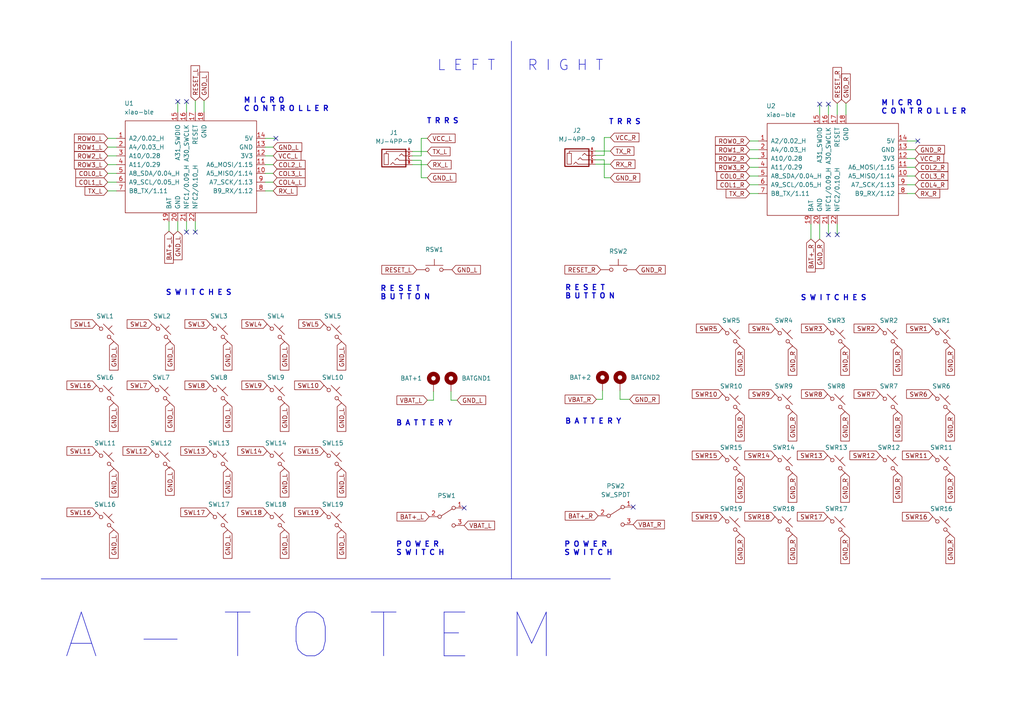
<source format=kicad_sch>
(kicad_sch (version 20231120) (generator "eeschema") (generator_version "8.0")
  (paper "A4")
  (title_block (title "RP2040 TOTEM split keyboard") (date "2022-11-09") (rev "0.3") (comment 1 "https://github.com/GEIGEIGEIST/TOTEM") (comment 2 "original made by GEIST") (comment 3 "made by A-Helberg"))
  (lib_symbols
    (symbol "MCU_RaspberryPi:RP2040"
      (property "Reference" "U" (at 17.78 45.72 0))
      (property "Value" "RP2040" (at 17.78 43.18 0))
      (symbol "RP2040_0_1"
        (rectangle (start -21.59 41.91) (end 21.59 -41.91) (stroke (width 0.254)) (fill (type background)))
      )
      (symbol "RP2040_1_1"
        (pin power_in line (at 2.54 45.72 270) (length 3.81) (name "IOVDD") (number "1"))
        (pin passive line (at 2.54 45.72 270) (length 3.81) hide (name "IOVDD") (number "10"))
        (pin bidirectional line (at 25.4 17.78 180) (length 3.81) (name "GPIO8") (number "11"))
        (pin bidirectional line (at 25.4 15.24 180) (length 3.81) (name "GPIO9") (number "12"))
        (pin bidirectional line (at 25.4 12.7 180) (length 3.81) (name "GPIO10") (number "13"))
        (pin bidirectional line (at 25.4 10.16 180) (length 3.81) (name "GPIO11") (number "14"))
        (pin bidirectional line (at 25.4 7.62 180) (length 3.81) (name "GPIO12") (number "15"))
        (pin bidirectional line (at 25.4 5.08 180) (length 3.81) (name "GPIO13") (number "16"))
        (pin bidirectional line (at 25.4 2.54 180) (length 3.81) (name "GPIO14") (number "17"))
        (pin bidirectional line (at 25.4 0 180) (length 3.81) (name "GPIO15") (number "18"))
        (pin input line (at -25.4 -38.1 0) (length 3.81) (name "TESTEN") (number "19"))
        (pin bidirectional line (at 25.4 38.1 180) (length 3.81) (name "GPIO0") (number "2"))
        (pin input line (at -25.4 -7.62 0) (length 3.81) (name "XIN") (number "20"))
        (pin passive line (at -25.4 -17.78 0) (length 3.81) (name "XOUT") (number "21"))
        (pin passive line (at 2.54 45.72 270) (length 3.81) hide (name "IOVDD") (number "22"))
        (pin power_in line (at -2.54 45.72 270) (length 3.81) (name "DVDD") (number "23"))
        (pin input line (at -25.4 -27.94 0) (length 3.81) (name "SWCLK") (number "24"))
        (pin bidirectional line (at -25.4 -30.48 0) (length 3.81) (name "SWD") (number "25"))
        (pin input line (at -25.4 38.1 0) (length 3.81) (name "RUN") (number "26"))
        (pin bidirectional line (at 25.4 -2.54 180) (length 3.81) (name "GPIO16") (number "27"))
        (pin bidirectional line (at 25.4 -5.08 180) (length 3.81) (name "GPIO17") (number "28"))
        (pin bidirectional line (at 25.4 -7.62 180) (length 3.81) (name "GPIO18") (number "29"))
        (pin bidirectional line (at 25.4 35.56 180) (length 3.81) (name "GPIO1") (number "3"))
        (pin bidirectional line (at 25.4 -10.16 180) (length 3.81) (name "GPIO19") (number "30"))
        (pin bidirectional line (at 25.4 -12.7 180) (length 3.81) (name "GPIO20") (number "31"))
        (pin bidirectional line (at 25.4 -15.24 180) (length 3.81) (name "GPIO21") (number "32"))
        (pin passive line (at 2.54 45.72 270) (length 3.81) hide (name "IOVDD") (number "33"))
        (pin bidirectional line (at 25.4 -17.78 180) (length 3.81) (name "GPIO22") (number "34"))
        (pin bidirectional line (at 25.4 -20.32 180) (length 3.81) (name "GPIO23") (number "35"))
        (pin bidirectional line (at 25.4 -22.86 180) (length 3.81) (name "GPIO24") (number "36"))
        (pin bidirectional line (at 25.4 -25.4 180) (length 3.81) (name "GPIO25") (number "37"))
        (pin bidirectional line (at 25.4 -30.48 180) (length 3.81) (name "GPIO26_ADC0") (number "38"))
        (pin bidirectional line (at 25.4 -33.02 180) (length 3.81) (name "GPIO27_ADC1") (number "39"))
        (pin bidirectional line (at 25.4 33.02 180) (length 3.81) (name "GPIO2") (number "4"))
        (pin bidirectional line (at 25.4 -35.56 180) (length 3.81) (name "GPIO28_ADC2") (number "40"))
        (pin bidirectional line (at 25.4 -38.1 180) (length 3.81) (name "GPIO29_ADC3") (number "41"))
        (pin passive line (at 2.54 45.72 270) (length 3.81) hide (name "IOVDD") (number "42"))
        (pin power_in line (at 7.62 45.72 270) (length 3.81) (name "ADC_AVDD") (number "43"))
        (pin power_in line (at 10.16 45.72 270) (length 3.81) (name "VREG_IN") (number "44"))
        (pin power_out line (at -5.08 45.72 270) (length 3.81) (name "VREG_VOUT") (number "45"))
        (pin bidirectional line (at -25.4 27.94 0) (length 3.81) (name "USB_DM") (number "46"))
        (pin bidirectional line (at -25.4 30.48 0) (length 3.81) (name "USB_DP") (number "47"))
        (pin power_in line (at 5.08 45.72 270) (length 3.81) (name "USB_VDD") (number "48"))
        (pin passive line (at 2.54 45.72 270) (length 3.81) hide (name "IOVDD") (number "49"))
        (pin bidirectional line (at 25.4 30.48 180) (length 3.81) (name "GPIO3") (number "5"))
        (pin passive line (at -2.54 45.72 270) (length 3.81) hide (name "DVDD") (number "50"))
        (pin bidirectional line (at -25.4 7.62 0) (length 3.81) (name "QSPI_SD3") (number "51"))
        (pin output line (at -25.4 5.08 0) (length 3.81) (name "QSPI_SCLK") (number "52"))
        (pin bidirectional line (at -25.4 15.24 0) (length 3.81) (name "QSPI_SD0") (number "53"))
        (pin bidirectional line (at -25.4 10.16 0) (length 3.81) (name "QSPI_SD2") (number "54"))
        (pin bidirectional line (at -25.4 12.7 0) (length 3.81) (name "QSPI_SD1") (number "55"))
        (pin bidirectional line (at -25.4 20.32 0) (length 3.81) (name "QSPI_SS") (number "56"))
        (pin power_in line (at 0 -45.72 90) (length 3.81) (name "GND") (number "57"))
        (pin bidirectional line (at 25.4 27.94 180) (length 3.81) (name "GPIO4") (number "6"))
        (pin bidirectional line (at 25.4 25.4 180) (length 3.81) (name "GPIO5") (number "7"))
        (pin bidirectional line (at 25.4 22.86 180) (length 3.81) (name "GPIO6") (number "8"))
        (pin bidirectional line (at 25.4 20.32 180) (length 3.81) (name "GPIO7") (number "9"))
      )
    )
    (symbol "Mechanical:MountingHole_Pad" (pin_numbers hide) (pin_names (offset 1.016) hide)
      (property "Reference" "H" (at 0 6.35 0))
      (property "Value" "MountingHole_Pad" (at 0 4.445 0))
      (symbol "MountingHole_Pad_0_1"
        (circle (center 0 1.27) (radius 1.27) (stroke (width 1.27)))
      )
      (symbol "MountingHole_Pad_1_1"
        (pin input line (at 0 -2.54 90) (length 2.54) (name "1") (number "1"))
      )
    )
    (symbol "Switch:SW_Push" (pin_numbers hide) (pin_names (offset 1.016) hide)
      (property "Reference" "SW" (at 1.27 2.54 0))
      (property "Value" "SW_Push" (at 0 -1.524 0))
      (symbol "SW_Push_0_1"
        (circle (center -2.032 0) (radius 0.508))
        (polyline (pts (xy 0 1.27) (xy 0 3.048)))
        (polyline (pts (xy 2.54 1.27) (xy -2.54 1.27)))
        (circle (center 2.032 0) (radius 0.508))
        (pin passive line (at -5.08 0 0) (length 2.54) (name "1") (number "1"))
        (pin passive line (at 5.08 0 180) (length 2.54) (name "2") (number "2"))
      )
    )
    (symbol "Switch:SW_Push_45deg" (pin_numbers hide) (pin_names (offset 1.016) hide)
      (property "Reference" "SW" (at 3.048 1.016 0))
      (property "Value" "SW_Push_45deg" (at 0 -3.81 0))
      (symbol "SW_Push_45deg_0_1"
        (circle (center -1.1684 1.1684) (radius 0.508))
        (polyline (pts (xy -0.508 2.54) (xy 2.54 -0.508)))
        (polyline (pts (xy 1.016 1.016) (xy 2.032 2.032)))
        (polyline (pts (xy -2.54 2.54) (xy -1.524 1.524) (xy -1.524 1.524)))
        (polyline (pts (xy 1.524 -1.524) (xy 2.54 -2.54) (xy 2.54 -2.54) (xy 2.54 -2.54)))
        (circle (center 1.143 -1.1938) (radius 0.508))
        (pin passive line (at -2.54 2.54 0) (length 0) (name "1") (number "1"))
        (pin passive line (at 2.54 -2.54 180) (length 0) (name "2") (number "2"))
      )
    )
    (symbol "Switch:SW_SPDT" (pin_names (offset 0) hide)
      (property "Reference" "SW" (at 0 4.318 0))
      (property "Value" "SW_SPDT" (at 0 -5.08 0))
      (symbol "SW_SPDT_0_0"
        (circle (center -2.032 0) (radius 0.508))
        (circle (center 2.032 -2.54) (radius 0.508))
      )
      (symbol "SW_SPDT_0_1"
        (polyline (pts (xy -1.524 0.254) (xy 1.651 2.286)))
        (circle (center 2.032 2.54) (radius 0.508))
      )
      (symbol "SW_SPDT_1_1"
        (pin passive line (at 5.08 2.54 180) (length 2.54) (name "A") (number "1"))
        (pin passive line (at -5.08 0 0) (length 2.54) (name "B") (number "2"))
        (pin passive line (at 5.08 -2.54 180) (length 2.54) (name "C") (number "3"))
      )
    )
    (symbol "kbd:MJ-4PP-9" (pin_names (offset 1.016))
      (property "Reference" "J" (at 0 3.81 0))
      (property "Value" "MJ-4PP-9" (at 0 -3.81 0))
      (symbol "MJ-4PP-9_0_1"
        (rectangle (start -1.905 -1.905) (end -3.175 1.27))
        (polyline (pts (xy -2.54 1.27) (xy -2.54 1.905) (xy 3.175 1.905)))
        (polyline (pts (xy -1.27 -1.905) (xy -0.635 -1.27) (xy 0 -1.905) (xy 3.175 -1.905)))
        (polyline (pts (xy 0 -0.635) (xy 0.635 0) (xy 1.27 -0.635) (xy 3.175 -0.635)))
        (polyline (pts (xy 1.27 0.635) (xy 1.905 1.27) (xy 2.54 0.635) (xy 3.175 0.635)))
        (rectangle (start 3.175 2.54) (end -3.81 -2.54) (stroke (width 0.3048)))
      )
      (symbol "MJ-4PP-9_1_1"
        (pin input line (at 5.08 1.905 180) (length 2.0066) (name "~") (number "A"))
        (pin input line (at 5.08 -1.905 180) (length 2.0066) (name "~") (number "B"))
        (pin input line (at 5.08 -0.635 180) (length 2.0066) (name "~") (number "C"))
        (pin input line (at 5.08 0.635 180) (length 2.0066) (name "~") (number "D"))
      )
    )
    (symbol "mcu:xiao-ble" (pin_names (offset 1.016))
      (property "Reference" "U" (at -17.78 16.51 0))
      (property "Value" "xiao-ble" (at -15.24 13.97 0))
      (symbol "xiao-ble_0_1"
        (rectangle (start -19.05 12.7) (end 19.05 -13.97))
      )
      (symbol "xiao-ble_1_1"
        (pin bidirectional line (at -21.59 7.62 0) (length 2.54) (name "A2/0.02_H") (number "1"))
        (pin bidirectional line (at 21.59 -2.54 180) (length 2.54) (name "A5_MISO/1.14") (number "10"))
        (pin bidirectional line (at 21.59 0 180) (length 2.54) (name "A6_MOSI/1.15") (number "11"))
        (pin power_out line (at 21.59 2.54 180) (length 2.54) (name "3V3") (number "12"))
        (pin power_out line (at 21.59 5.08 180) (length 2.54) (name "GND") (number "13"))
        (pin power_out line (at 21.59 7.62 180) (length 2.54) (name "5V") (number "14"))
        (pin input line (at -3.81 15.24 270) (length 2.54) (name "A31_SWDIO") (number "15"))
        (pin input line (at -1.27 15.24 270) (length 2.54) (name "A30_SWCLK") (number "16"))
        (pin input line (at 1.27 15.24 270) (length 2.54) (name "RESET") (number "17"))
        (pin power_out line (at 3.81 15.24 270) (length 2.54) (name "GND") (number "18"))
        (pin bidirectional line (at -6.35 -16.51 90) (length 2.54) (name "BAT") (number "19"))
        (pin bidirectional line (at -21.59 5.08 0) (length 2.54) (name "A4/0.03_H") (number "2"))
        (pin power_out line (at -3.81 -16.51 90) (length 2.54) (name "GND") (number "20"))
        (pin bidirectional line (at -1.27 -16.51 90) (length 2.54) (name "NFC1/0.09_H") (number "21"))
        (pin bidirectional line (at 1.27 -16.51 90) (length 2.54) (name "NFC2/0.10_H") (number "22"))
        (pin bidirectional line (at -21.59 2.54 0) (length 2.54) (name "A10/0.28") (number "3"))
        (pin bidirectional line (at -21.59 0 0) (length 2.54) (name "A11/0.29") (number "4"))
        (pin bidirectional line (at -21.59 -2.54 0) (length 2.54) (name "A8_SDA/0.04_H") (number "5"))
        (pin bidirectional line (at -21.59 -5.08 0) (length 2.54) (name "A9_SCL/0.05_H") (number "6"))
        (pin bidirectional line (at -21.59 -7.62 0) (length 2.54) (name "B8_TX/1.11") (number "7"))
        (pin bidirectional line (at 21.59 -7.62 180) (length 2.54) (name "B9_RX/1.12") (number "8"))
        (pin bidirectional line (at 21.59 -5.08 180) (length 2.54) (name "A7_SCK/1.13") (number "9"))
      )
    )
  )
  (no_connect (at 237.744 30.226))
  (no_connect (at 240.284 30.226))
  (no_connect (at 54.102 67.31))
  (no_connect (at 56.642 67.31))
  (no_connect (at 183.642 147.066))
  (no_connect (at 54.102 29.464))
  (no_connect (at 51.562 29.464))
  (no_connect (at 266.192 40.894))
  (no_connect (at 80.01 40.132))
  (no_connect (at 134.62 147.32))
  (no_connect (at 242.824 68.072))
  (no_connect (at 240.284 68.072))
  (wire (pts (xy 49.022 64.262) (xy 49.022 67.056)))
  (wire (pts (xy 217.424 40.894) (xy 219.964 40.894)))
  (wire (pts (xy 179.832 113.284) (xy 179.832 115.824)))
  (wire (pts (xy 76.962 40.132) (xy 80.01 40.132)))
  (wire (pts (xy 130.81 116.078) (xy 132.588 116.078)))
  (wire (pts (xy 130.81 113.538) (xy 130.81 116.078)))
  (wire (pts (xy 56.642 29.21) (xy 56.642 32.512)))
  (wire (pts (xy 263.144 51.054) (xy 265.43 51.054)))
  (wire (pts (xy 240.284 65.024) (xy 240.284 68.072)))
  (wire (pts (xy 31.242 40.132) (xy 33.782 40.132)))
  (wire (pts (xy 217.424 56.134) (xy 219.964 56.134)))
  (wire (pts (xy 122.174 40.132) (xy 122.174 45.212)))
  (wire (pts (xy 175.26 46.355) (xy 175.26 51.562)))
  (wire (pts (xy 217.424 51.054) (xy 219.964 51.054)))
  (wire (pts (xy 263.144 43.434) (xy 265.43 43.434)))
  (wire (pts (xy 122.174 46.482) (xy 122.174 51.562)))
  (wire (pts (xy 76.962 45.212) (xy 79.248 45.212)))
  (wire (pts (xy 31.242 47.752) (xy 33.782 47.752)))
  (wire (pts (xy 54.102 29.464) (xy 54.102 32.512)))
  (wire (pts (xy 172.72 47.625) (xy 177.038 47.625)))
  (wire (pts (xy 217.424 48.514) (xy 219.964 48.514)))
  (wire (pts (xy 237.744 65.024) (xy 237.744 69.342)))
  (wire (pts (xy 76.962 52.832) (xy 79.248 52.832)))
  (wire (pts (xy 51.562 29.464) (xy 51.562 32.512)))
  (wire (pts (xy 76.962 55.372) (xy 79.248 55.372)))
  (wire (pts (xy 263.144 56.134) (xy 265.43 56.134)))
  (wire (pts (xy 263.144 40.894) (xy 266.192 40.894)))
  (wire (pts (xy 175.26 51.562) (xy 177.038 51.562)))
  (wire (pts (xy 263.144 48.514) (xy 265.43 48.514)))
  (wire (pts (xy 122.174 40.132) (xy 123.952 40.132)))
  (wire (pts (xy 177.038 39.878) (xy 175.26 39.878)))
  (wire (pts (xy 31.242 45.212) (xy 33.782 45.212)))
  (wire (pts (xy 123.952 116.078) (xy 125.73 116.078)))
  (wire (pts (xy 242.824 65.024) (xy 242.824 68.072)))
  (wire (pts (xy 119.634 47.752) (xy 123.952 47.752)))
  (wire (pts (xy 119.634 45.212) (xy 122.174 45.212)))
  (wire (pts (xy 119.634 43.942) (xy 123.952 43.942)))
  (wire (pts (xy 245.364 29.972) (xy 245.364 33.274)))
  (polyline (pts (xy 148.336 11.938) (xy 148.336 167.894)) (stroke (width 0) (type solid)))
  (wire (pts (xy 125.73 116.078) (xy 125.73 113.538)))
  (wire (pts (xy 59.182 29.21) (xy 59.182 32.512)))
  (wire (pts (xy 122.174 51.562) (xy 123.952 51.562)))
  (wire (pts (xy 31.242 50.292) (xy 33.782 50.292)))
  (wire (pts (xy 263.144 45.974) (xy 265.43 45.974)))
  (polyline (pts (xy 11.938 167.894) (xy 177.038 167.894)) (stroke (width 0) (type solid)))
  (wire (pts (xy 242.824 29.972) (xy 242.824 33.274)))
  (wire (pts (xy 172.974 115.824) (xy 174.752 115.824)))
  (wire (pts (xy 237.744 30.226) (xy 237.744 33.274)))
  (wire (pts (xy 172.72 46.355) (xy 175.26 46.355)))
  (wire (pts (xy 56.642 64.262) (xy 56.642 67.31)))
  (wire (pts (xy 263.144 53.594) (xy 265.43 53.594)))
  (wire (pts (xy 31.242 55.372) (xy 33.782 55.372)))
  (wire (pts (xy 217.424 53.594) (xy 219.964 53.594)))
  (wire (pts (xy 172.72 45.085) (xy 175.26 45.085)))
  (wire (pts (xy 217.424 43.434) (xy 219.964 43.434)))
  (wire (pts (xy 76.962 47.752) (xy 79.248 47.752)))
  (wire (pts (xy 174.752 115.824) (xy 174.752 113.284)))
  (wire (pts (xy 240.284 30.226) (xy 240.284 33.274)))
  (wire (pts (xy 31.242 52.832) (xy 33.782 52.832)))
  (wire (pts (xy 76.962 42.672) (xy 79.248 42.672)))
  (wire (pts (xy 31.242 42.672) (xy 33.782 42.672)))
  (wire (pts (xy 235.204 65.024) (xy 235.204 69.342)))
  (wire (pts (xy 54.102 64.262) (xy 54.102 67.31)))
  (wire (pts (xy 179.832 115.824) (xy 182.626 115.824)))
  (wire (pts (xy 76.962 50.292) (xy 79.248 50.292)))
  (wire (pts (xy 51.562 64.262) (xy 51.562 67.056)))
  (wire (pts (xy 217.424 45.974) (xy 219.964 45.974)))
  (wire (pts (xy 122.174 46.482) (xy 119.634 46.482)))
  (wire (pts (xy 175.26 39.878) (xy 175.26 45.085)))
  (wire (pts (xy 172.72 43.815) (xy 177.038 43.815)))
  (text "M I C R O \nC O N T R O L L E R" (at 255.524 33.274 0) (effects (font (size 1.5 1.5) (thickness 0.3) (bold yes)) (justify left bottom)))
  (text "T R R S" (at 176.53 36.322 0) (effects (font (size 1.5 1.5) (thickness 0.3) (bold yes)) (justify left bottom)))
  (text "R E S E T \nB U T T O N" (at 110.236 87.122 0) (effects (font (size 1.5 1.5) (thickness 0.3) (bold yes)) (justify left bottom)))
  (text "S W I T C H E S" (at 48.006 85.852 0) (effects (font (size 1.5 1.5) (thickness 0.3) (bold yes)) (justify left bottom)))
  (text "P O W E R\nS W I T C H" (at 114.808 161.29 0) (effects (font (size 1.5 1.5) (thickness 0.3) (bold yes)) (justify left bottom)))
  (text "R E S E T \nB U T T O N" (at 163.83 86.868 0) (effects (font (size 1.5 1.5) (thickness 0.3) (bold yes)) (justify left bottom)))
  (text "A - T O T E M" (at 18.034 192.024 0) (effects (font (size 12.7 12.7)) (justify left bottom)))
  (text "S W I T C H E S" (at 232.156 87.376 0) (effects (font (size 1.5 1.5) (thickness 0.3) (bold yes)) (justify left bottom)))
  (text "T R R S" (at 123.698 36.068 0) (effects (font (size 1.5 1.5) (thickness 0.3) (bold yes)) (justify left bottom)))
  (text "B A T T E R Y" (at 114.808 123.698 0) (effects (font (size 1.5 1.5) (thickness 0.3) (bold yes)) (justify left bottom)))
  (text "P O W E R\nS W I T C H" (at 163.576 161.29 0) (effects (font (size 1.5 1.5) (thickness 0.3) (bold yes)) (justify left bottom)))
  (text "R I G H T" (at 152.908 20.828 0) (effects (font (size 3 3)) (justify left bottom)))
  (text "B A T T E R Y" (at 163.83 123.19 0) (effects (font (size 1.5 1.5) (thickness 0.3) (bold yes)) (justify left bottom)))
  (text "L E F T" (at 143.764 20.828 0) (effects (font (size 3 3)) (justify right bottom)))
  (text "M I C R O \nC O N T R O L L E R" (at 70.612 32.512 0) (effects (font (size 1.5 1.5) (thickness 0.3) (bold yes)) (justify left bottom)))
  (global_label "GND_L" (shape input) (at 131.064 78.232 0) (property "Intersheetrefs" "${INTERSHEET_REFS}" (effects (hide yes))))
  (global_label "GND_L" (shape input) (at 33.02 116.84 270) (property "Intersheetrefs" "${INTERSHEET_REFS}" (effects (hide yes))))
  (global_label "VCC_R" (shape input) (at 265.43 45.974 0) (property "Intersheetrefs" "${INTERSHEET_REFS}" (effects (hide yes))))
  (global_label "SWR2" (shape input) (at 255.27 95.25 180) (property "Intersheetrefs" "${INTERSHEET_REFS}" (effects (hide yes))))
  (global_label "RX_L" (shape input) (at 123.952 47.752 0) (property "Intersheetrefs" "${INTERSHEET_REFS}" (effects (hide yes))))
  (global_label "SWL1" (shape input) (at 27.94 93.98 180) (property "Intersheetrefs" "${INTERSHEET_REFS}" (effects (hide yes))))
  (global_label "GND_R" (shape input) (at 265.43 43.434 0) (property "Intersheetrefs" "${INTERSHEET_REFS}" (effects (hide yes))))
  (global_label "GND_L" (shape input) (at 82.55 135.89 270) (property "Intersheetrefs" "${INTERSHEET_REFS}" (effects (hide yes))))
  (global_label "SWL7" (shape input) (at 44.196 111.76 180) (property "Intersheetrefs" "${INTERSHEET_REFS}" (effects (hide yes))))
  (global_label "SWR18" (shape input) (at 224.79 149.86 180) (property "Intersheetrefs" "${INTERSHEET_REFS}" (effects (hide yes))))
  (global_label "GND_L" (shape input) (at 82.55 99.06 270) (property "Intersheetrefs" "${INTERSHEET_REFS}" (effects (hide yes))))
  (global_label "SWR9" (shape input) (at 224.79 114.3 180) (property "Intersheetrefs" "${INTERSHEET_REFS}" (effects (hide yes))))
  (global_label "SWL15" (shape input) (at 93.98 130.81 180) (property "Intersheetrefs" "${INTERSHEET_REFS}" (effects (hide yes))))
  (global_label "GND_R" (shape input) (at 245.11 100.33 270) (property "Intersheetrefs" "${INTERSHEET_REFS}" (effects (hide yes))))
  (global_label "GND_L" (shape input) (at 59.182 29.21 90) (property "Intersheetrefs" "${INTERSHEET_REFS}" (effects (hide yes))))
  (global_label "SWR4" (shape input) (at 224.79 95.25 180) (property "Intersheetrefs" "${INTERSHEET_REFS}" (effects (hide yes))))
  (global_label "GND_R" (shape input) (at 260.35 119.38 270) (property "Intersheetrefs" "${INTERSHEET_REFS}" (effects (hide yes))))
  (global_label "GND_R" (shape input) (at 245.11 154.94 270) (property "Intersheetrefs" "${INTERSHEET_REFS}" (effects (hide yes))))
  (global_label "GND_L" (shape input) (at 79.248 42.672 0) (property "Intersheetrefs" "${INTERSHEET_REFS}" (effects (hide yes))))
  (global_label "SWL16" (shape input) (at 27.94 148.59 180) (property "Intersheetrefs" "${INTERSHEET_REFS}" (effects (hide yes))))
  (global_label "BAT+_L" (shape input) (at 124.46 149.86 180) (property "Intersheetrefs" "${INTERSHEET_REFS}" (effects (hide yes))))
  (global_label "SWR8" (shape input) (at 240.03 114.3 180) (property "Intersheetrefs" "${INTERSHEET_REFS}" (effects (hide yes))))
  (global_label "ROW0_R" (shape input) (at 217.424 40.894 180) (property "Intersheetrefs" "${INTERSHEET_REFS}" (effects (hide yes))))
  (global_label "GND_L" (shape input) (at 99.06 116.84 270) (property "Intersheetrefs" "${INTERSHEET_REFS}" (effects (hide yes))))
  (global_label "COL0_R" (shape input) (at 217.424 51.054 180) (property "Intersheetrefs" "${INTERSHEET_REFS}" (effects (hide yes))))
  (global_label "GND_L" (shape input) (at 66.04 135.89 270) (property "Intersheetrefs" "${INTERSHEET_REFS}" (effects (hide yes))))
  (global_label "COL4_R" (shape input) (at 265.43 53.594 0) (property "Intersheetrefs" "${INTERSHEET_REFS}" (effects (hide yes))))
  (global_label "SWL8" (shape input) (at 60.96 111.76 180) (property "Intersheetrefs" "${INTERSHEET_REFS}" (effects (hide yes))))
  (global_label "VCC_L" (shape input) (at 123.952 40.132 0) (property "Intersheetrefs" "${INTERSHEET_REFS}" (effects (hide yes))))
  (global_label "SWL13" (shape input) (at 60.96 130.81 180) (property "Intersheetrefs" "${INTERSHEET_REFS}" (effects (hide yes))))
  (global_label "SWL14" (shape input) (at 77.47 130.81 180) (property "Intersheetrefs" "${INTERSHEET_REFS}" (effects (hide yes))))
  (global_label "GND_L" (shape input) (at 33.02 153.67 270) (property "Intersheetrefs" "${INTERSHEET_REFS}" (effects (hide yes))))
  (global_label "SWL4" (shape input) (at 77.47 93.98 180) (property "Intersheetrefs" "${INTERSHEET_REFS}" (effects (hide yes))))
  (global_label "SWR7" (shape input) (at 255.27 114.3 180) (property "Intersheetrefs" "${INTERSHEET_REFS}" (effects (hide yes))))
  (global_label "SWL18" (shape input) (at 77.47 148.59 180) (property "Intersheetrefs" "${INTERSHEET_REFS}" (effects (hide yes))))
  (global_label "SWL12" (shape input) (at 44.196 130.81 180) (property "Intersheetrefs" "${INTERSHEET_REFS}" (effects (hide yes))))
  (global_label "SWR14" (shape input) (at 224.79 132.08 180) (property "Intersheetrefs" "${INTERSHEET_REFS}" (effects (hide yes))))
  (global_label "SWR17" (shape input) (at 240.03 149.86 180) (property "Intersheetrefs" "${INTERSHEET_REFS}" (effects (hide yes))))
  (global_label "VCC_R" (shape input) (at 177.038 39.878 0) (property "Intersheetrefs" "${INTERSHEET_REFS}" (effects (hide yes))))
  (global_label "GND_R" (shape input) (at 229.87 100.33 270) (property "Intersheetrefs" "${INTERSHEET_REFS}" (effects (hide yes))))
  (global_label "SWR5" (shape input) (at 209.55 95.25 180) (property "Intersheetrefs" "${INTERSHEET_REFS}" (effects (hide yes))))
  (global_label "SWR13" (shape input) (at 240.03 132.08 180) (property "Intersheetrefs" "${INTERSHEET_REFS}" (effects (hide yes))))
  (global_label "SWR10" (shape input) (at 209.55 114.3 180) (property "Intersheetrefs" "${INTERSHEET_REFS}" (effects (hide yes))))
  (global_label "RESET_R" (shape input) (at 242.824 29.972 90) (property "Intersheetrefs" "${INTERSHEET_REFS}" (effects (hide yes))))
  (global_label "RESET_R" (shape input) (at 174.244 78.232 180) (property "Intersheetrefs" "${INTERSHEET_REFS}" (effects (hide yes))))
  (global_label "VBAT_R" (shape input) (at 183.642 152.146 0) (property "Intersheetrefs" "${INTERSHEET_REFS}" (effects (hide yes))))
  (global_label "SWR15" (shape input) (at 209.55 132.08 180) (property "Intersheetrefs" "${INTERSHEET_REFS}" (effects (hide yes))))
  (global_label "GND_L" (shape input) (at 51.562 67.056 270) (property "Intersheetrefs" "${INTERSHEET_REFS}" (effects (hide yes))))
  (global_label "GND_R" (shape input) (at 275.59 137.16 270) (property "Intersheetrefs" "${INTERSHEET_REFS}" (effects (hide yes))))
  (global_label "RESET_L" (shape input) (at 120.904 78.232 180) (property "Intersheetrefs" "${INTERSHEET_REFS}" (effects (hide yes))))
  (global_label "VBAT_R" (shape input) (at 172.974 115.824 180) (property "Intersheetrefs" "${INTERSHEET_REFS}" (effects (hide yes))))
  (global_label "VCC_L" (shape input) (at 79.248 45.212 0) (property "Intersheetrefs" "${INTERSHEET_REFS}" (effects (hide yes))))
  (global_label "GND_L" (shape input) (at 66.04 99.06 270) (property "Intersheetrefs" "${INTERSHEET_REFS}" (effects (hide yes))))
  (global_label "GND_R" (shape input) (at 275.59 119.38 270) (property "Intersheetrefs" "${INTERSHEET_REFS}" (effects (hide yes))))
  (global_label "TX_L" (shape input) (at 123.952 43.942 0) (property "Intersheetrefs" "${INTERSHEET_REFS}" (effects (hide yes))))
  (global_label "GND_R" (shape input) (at 214.63 119.38 270) (property "Intersheetrefs" "${INTERSHEET_REFS}" (effects (hide yes))))
  (global_label "SWL9" (shape input) (at 77.47 111.76 180) (property "Intersheetrefs" "${INTERSHEET_REFS}" (effects (hide yes))))
  (global_label "BAT+_L" (shape input) (at 49.022 67.056 270) (property "Intersheetrefs" "${INTERSHEET_REFS}" (effects (hide yes))))
  (global_label "COL1_R" (shape input) (at 217.424 53.594 180) (property "Intersheetrefs" "${INTERSHEET_REFS}" (effects (hide yes))))
  (global_label "SWL17" (shape input) (at 60.96 148.59 180) (property "Intersheetrefs" "${INTERSHEET_REFS}" (effects (hide yes))))
  (global_label "ROW3_R" (shape input) (at 217.424 48.514 180) (property "Intersheetrefs" "${INTERSHEET_REFS}" (effects (hide yes))))
  (global_label "BAT+_R" (shape input) (at 173.482 149.606 180) (property "Intersheetrefs" "${INTERSHEET_REFS}" (effects (hide yes))))
  (global_label "SWR19" (shape input) (at 209.55 149.86 180) (property "Intersheetrefs" "${INTERSHEET_REFS}" (effects (hide yes))))
  (global_label "SWL5" (shape input) (at 93.98 93.98 180) (property "Intersheetrefs" "${INTERSHEET_REFS}" (effects (hide yes))))
  (global_label "GND_L" (shape input) (at 33.02 99.06 270) (property "Intersheetrefs" "${INTERSHEET_REFS}" (effects (hide yes))))
  (global_label "GND_L" (shape input) (at 132.588 116.078 0) (property "Intersheetrefs" "${INTERSHEET_REFS}" (effects (hide yes))))
  (global_label "GND_L" (shape input) (at 66.04 116.84 270) (property "Intersheetrefs" "${INTERSHEET_REFS}" (effects (hide yes))))
  (global_label "VBAT_L" (shape input) (at 123.952 116.078 180) (property "Intersheetrefs" "${INTERSHEET_REFS}" (effects (hide yes))))
  (global_label "SWL2" (shape input) (at 44.196 93.98 180) (property "Intersheetrefs" "${INTERSHEET_REFS}" (effects (hide yes))))
  (global_label "SWR12" (shape input) (at 255.27 132.08 180) (property "Intersheetrefs" "${INTERSHEET_REFS}" (effects (hide yes))))
  (global_label "GND_L" (shape input) (at 123.952 51.562 0) (property "Intersheetrefs" "${INTERSHEET_REFS}" (effects (hide yes))))
  (global_label "GND_L" (shape input) (at 33.02 135.89 270) (property "Intersheetrefs" "${INTERSHEET_REFS}" (effects (hide yes))))
  (global_label "BAT+_R" (shape input) (at 235.204 69.342 270) (property "Intersheetrefs" "${INTERSHEET_REFS}" (effects (hide yes))))
  (global_label "GND_L" (shape input) (at 99.06 99.06 270) (property "Intersheetrefs" "${INTERSHEET_REFS}" (effects (hide yes))))
  (global_label "GND_R" (shape input) (at 182.626 115.824 0) (property "Intersheetrefs" "${INTERSHEET_REFS}" (effects (hide yes))))
  (global_label "GND_R" (shape input) (at 260.35 100.33 270) (property "Intersheetrefs" "${INTERSHEET_REFS}" (effects (hide yes))))
  (global_label "RX_L" (shape input) (at 79.248 55.372 0) (property "Intersheetrefs" "${INTERSHEET_REFS}" (effects (hide yes))))
  (global_label "GND_R" (shape input) (at 184.404 78.232 0) (property "Intersheetrefs" "${INTERSHEET_REFS}" (effects (hide yes))))
  (global_label "SWR16" (shape input) (at 270.51 149.86 180) (property "Intersheetrefs" "${INTERSHEET_REFS}" (effects (hide yes))))
  (global_label "GND_R" (shape input) (at 214.63 137.16 270) (property "Intersheetrefs" "${INTERSHEET_REFS}" (effects (hide yes))))
  (global_label "ROW3_L" (shape input) (at 31.242 47.752 180) (property "Intersheetrefs" "${INTERSHEET_REFS}" (effects (hide yes))))
  (global_label "COL3_R" (shape input) (at 265.43 51.054 0) (property "Intersheetrefs" "${INTERSHEET_REFS}" (effects (hide yes))))
  (global_label "TX_R" (shape input) (at 177.038 43.815 0) (property "Intersheetrefs" "${INTERSHEET_REFS}" (effects (hide yes))))
  (global_label "GND_L" (shape input) (at 66.04 153.67 270) (property "Intersheetrefs" "${INTERSHEET_REFS}" (effects (hide yes))))
  (global_label "GND_L" (shape input) (at 49.276 135.382 270) (property "Intersheetrefs" "${INTERSHEET_REFS}" (effects (hide yes))))
  (global_label "SWL3" (shape input) (at 60.96 93.98 180) (property "Intersheetrefs" "${INTERSHEET_REFS}" (effects (hide yes))))
  (global_label "SWL16" (shape input) (at 27.94 111.76 180) (property "Intersheetrefs" "${INTERSHEET_REFS}" (effects (hide yes))))
  (global_label "RESET_L" (shape input) (at 56.642 29.21 90) (property "Intersheetrefs" "${INTERSHEET_REFS}" (effects (hide yes))))
  (global_label "RX_R" (shape input) (at 177.038 47.625 0) (property "Intersheetrefs" "${INTERSHEET_REFS}" (effects (hide yes))))
  (global_label "GND_L" (shape input) (at 82.55 153.67 270) (property "Intersheetrefs" "${INTERSHEET_REFS}" (effects (hide yes))))
  (global_label "TX_R" (shape input) (at 217.424 56.134 180) (property "Intersheetrefs" "${INTERSHEET_REFS}" (effects (hide yes))))
  (global_label "ROW2_L" (shape input) (at 31.242 45.212 180) (property "Intersheetrefs" "${INTERSHEET_REFS}" (effects (hide yes))))
  (global_label "GND_R" (shape input) (at 245.11 137.16 270) (property "Intersheetrefs" "${INTERSHEET_REFS}" (effects (hide yes))))
  (global_label "GND_R" (shape input) (at 237.744 69.342 270) (property "Intersheetrefs" "${INTERSHEET_REFS}" (effects (hide yes))))
  (global_label "COL2_R" (shape input) (at 265.43 48.514 0) (property "Intersheetrefs" "${INTERSHEET_REFS}" (effects (hide yes))))
  (global_label "GND_R" (shape input) (at 245.364 29.972 90) (property "Intersheetrefs" "${INTERSHEET_REFS}" (effects (hide yes))))
  (global_label "SWR1" (shape input) (at 270.51 95.25 180) (property "Intersheetrefs" "${INTERSHEET_REFS}" (effects (hide yes))))
  (global_label "GND_R" (shape input) (at 275.59 100.33 270) (property "Intersheetrefs" "${INTERSHEET_REFS}" (effects (hide yes))))
  (global_label "GND_R" (shape input) (at 214.63 100.33 270) (property "Intersheetrefs" "${INTERSHEET_REFS}" (effects (hide yes))))
  (global_label "GND_R" (shape input) (at 245.11 119.38 270) (property "Intersheetrefs" "${INTERSHEET_REFS}" (effects (hide yes))))
  (global_label "GND_R" (shape input) (at 229.87 154.94 270) (property "Intersheetrefs" "${INTERSHEET_REFS}" (effects (hide yes))))
  (global_label "GND_R" (shape input) (at 229.87 119.38 270) (property "Intersheetrefs" "${INTERSHEET_REFS}" (effects (hide yes))))
  (global_label "VBAT_L" (shape input) (at 134.62 152.4 0) (property "Intersheetrefs" "${INTERSHEET_REFS}" (effects (hide yes))))
  (global_label "ROW1_L" (shape input) (at 31.242 42.672 180) (property "Intersheetrefs" "${INTERSHEET_REFS}" (effects (hide yes))))
  (global_label "GND_R" (shape input) (at 177.038 51.562 0) (property "Intersheetrefs" "${INTERSHEET_REFS}" (effects (hide yes))))
  (global_label "COL0_L" (shape input) (at 31.242 50.292 180) (property "Intersheetrefs" "${INTERSHEET_REFS}" (effects (hide yes))))
  (global_label "GND_L" (shape input) (at 99.06 135.89 270) (property "Intersheetrefs" "${INTERSHEET_REFS}" (effects (hide yes))))
  (global_label "COL2_L" (shape input) (at 79.248 47.752 0) (property "Intersheetrefs" "${INTERSHEET_REFS}" (effects (hide yes))))
  (global_label "GND_L" (shape input) (at 49.276 99.06 270) (property "Intersheetrefs" "${INTERSHEET_REFS}" (effects (hide yes))))
  (global_label "ROW1_R" (shape input) (at 217.424 43.434 180) (property "Intersheetrefs" "${INTERSHEET_REFS}" (effects (hide yes))))
  (global_label "SWL11" (shape input) (at 27.94 130.81 180) (property "Intersheetrefs" "${INTERSHEET_REFS}" (effects (hide yes))))
  (global_label "SWL10" (shape input) (at 93.98 111.76 180) (property "Intersheetrefs" "${INTERSHEET_REFS}" (effects (hide yes))))
  (global_label "GND_L" (shape input) (at 99.06 153.67 270) (property "Intersheetrefs" "${INTERSHEET_REFS}" (effects (hide yes))))
  (global_label "SWR6" (shape input) (at 270.51 114.3 180) (property "Intersheetrefs" "${INTERSHEET_REFS}" (effects (hide yes))))
  (global_label "GND_L" (shape input) (at 49.276 116.84 270) (property "Intersheetrefs" "${INTERSHEET_REFS}" (effects (hide yes))))
  (global_label "GND_R" (shape input) (at 275.59 154.94 270) (property "Intersheetrefs" "${INTERSHEET_REFS}" (effects (hide yes))))
  (global_label "COL3_L" (shape input) (at 79.248 50.292 0) (property "Intersheetrefs" "${INTERSHEET_REFS}" (effects (hide yes))))
  (global_label "TX_L" (shape input) (at 31.242 55.372 180) (property "Intersheetrefs" "${INTERSHEET_REFS}" (effects (hide yes))))
  (global_label "GND_R" (shape input) (at 260.35 137.16 270) (property "Intersheetrefs" "${INTERSHEET_REFS}" (effects (hide yes))))
  (global_label "COL4_L" (shape input) (at 79.248 52.832 0) (property "Intersheetrefs" "${INTERSHEET_REFS}" (effects (hide yes))))
  (global_label "SWL19" (shape input) (at 93.98 148.59 180) (property "Intersheetrefs" "${INTERSHEET_REFS}" (effects (hide yes))))
  (global_label "RX_R" (shape input) (at 265.43 56.134 0) (property "Intersheetrefs" "${INTERSHEET_REFS}" (effects (hide yes))))
  (global_label "ROW0_L" (shape input) (at 31.242 40.132 180) (property "Intersheetrefs" "${INTERSHEET_REFS}" (effects (hide yes))))
  (global_label "COL1_L" (shape input) (at 31.242 52.832 180) (property "Intersheetrefs" "${INTERSHEET_REFS}" (effects (hide yes))))
  (global_label "GND_R" (shape input) (at 229.87 137.16 270) (property "Intersheetrefs" "${INTERSHEET_REFS}" (effects (hide yes))))
  (global_label "SWR3" (shape input) (at 240.03 95.25 180) (property "Intersheetrefs" "${INTERSHEET_REFS}" (effects (hide yes))))
  (global_label "GND_R" (shape input) (at 214.63 154.94 270) (property "Intersheetrefs" "${INTERSHEET_REFS}" (effects (hide yes))))
  (global_label "ROW2_R" (shape input) (at 217.424 45.974 180) (property "Intersheetrefs" "${INTERSHEET_REFS}" (effects (hide yes))))
  (global_label "SWR11" (shape input) (at 270.51 132.08 180) (property "Intersheetrefs" "${INTERSHEET_REFS}" (effects (hide yes))))
  (global_label "GND_L" (shape input) (at 82.55 116.84 270) (property "Intersheetrefs" "${INTERSHEET_REFS}" (effects (hide yes))))
  (symbol (lib_id "Switch:SW_Push_45deg") (at 257.81 97.79 0) (unit 1)
    (property "Reference" "SWR2" (at 257.81 92.964 0))
    (property "Value" "SW_Push_45deg" (effects (hide yes)))
    (property "Footprint" "TOTEMlib:Kailh_socket_PG1350_optional" (effects (hide yes)))
  )
  (symbol (lib_id "Switch:SW_Push_45deg") (at 63.5 151.13 0) (unit 1)
    (property "Reference" "SWL17" (at 63.5 146.304 0))
    (property "Value" "SW_Push_45deg" (effects (hide yes)))
    (property "Footprint" "TOTEMlib:Kailh_socket_PG1350_optional" (effects (hide yes)))
  )
  (symbol (lib_id "Switch:SW_Push_45deg") (at 30.48 151.13 0) (unit 1)
    (property "Reference" "SWL16" (at 30.48 146.304 0))
    (property "Value" "SW_Push_45deg" (effects (hide yes)))
    (property "Footprint" "TOTEMlib:Kailh_socket_PG1350_optional" (effects (hide yes)))
  )
  (symbol (lib_id "Switch:SW_Push_45deg") (at 273.05 152.4 0) (unit 1)
    (property "Reference" "SWR16" (at 273.05 147.574 0))
    (property "Value" "SW_Push_45deg" (effects (hide yes)))
    (property "Footprint" "TOTEMlib:Kailh_socket_PG1350_optional" (effects (hide yes)))
  )
  (symbol (lib_id "Switch:SW_SPDT") (at 129.54 149.86 0) (unit 1)
    (property "Reference" "PSW1" (at 129.54 143.764 0))
    (property "Value" "SW_SPDT" (effects (hide yes)))
    (property "Footprint" "TOTEMlib:MSK12C02" (effects (hide yes)))
  )
  (symbol (lib_id "Switch:SW_Push_45deg") (at 80.01 96.52 0) (unit 1)
    (property "Reference" "SWL4" (at 80.01 91.694 0))
    (property "Value" "SW_Push_45deg" (effects (hide yes)))
    (property "Footprint" "TOTEMlib:Kailh_socket_PG1350_optional" (effects (hide yes)))
  )
  (symbol (lib_id "Mechanical:MountingHole_Pad") (at 125.73 110.998 0) (unit 1)
    (property "Reference" "BAT+1" (at 122.428 109.728 0) (effects (justify right)))
    (property "Value" "+" (effects (hide yes)))
    (property "Footprint" "TOTEMlib:BatteryPad" (effects (hide yes)))
  )
  (symbol (lib_id "Switch:SW_Push_45deg") (at 242.57 97.79 0) (unit 1)
    (property "Reference" "SWR3" (at 242.57 92.964 0))
    (property "Value" "SW_Push_45deg" (effects (hide yes)))
    (property "Footprint" "TOTEMlib:Kailh_socket_PG1350_optional" (effects (hide yes)))
  )
  (symbol (lib_id "Switch:SW_Push_45deg") (at 63.5 96.52 0) (unit 1)
    (property "Reference" "SWL3" (at 63.5 91.694 0))
    (property "Value" "SW_Push_45deg" (effects (hide yes)))
    (property "Footprint" "TOTEMlib:Kailh_socket_PG1350_optional" (effects (hide yes)))
  )
  (symbol (lib_id "Switch:SW_SPDT") (at 178.562 149.606 0) (unit 1)
    (property "Reference" "PSW2" (at 178.562 140.97 0))
    (property "Value" "SW_SPDT" (at 178.562 143.51 0))
    (property "Footprint" "TOTEMlib:MSK12C02" (effects (hide yes)))
  )
  (symbol (lib_id "Mechanical:MountingHole_Pad") (at 130.81 110.998 0) (unit 1)
    (property "Reference" "BATGND1" (at 133.858 109.728 0) (effects (justify left)))
    (property "Value" "-" (effects (hide yes)))
    (property "Footprint" "TOTEMlib:BatteryPad" (effects (hide yes)))
  )
  (symbol (lib_id "Switch:SW_Push_45deg") (at 212.09 116.84 0) (unit 1)
    (property "Reference" "SWR10" (at 212.09 112.014 0))
    (property "Value" "SW_Push_45deg" (effects (hide yes)))
    (property "Footprint" "TOTEMlib:Kailh_socket_PG1350_optional" (effects (hide yes)))
  )
  (symbol (lib_id "Switch:SW_Push") (at 125.984 78.232 0) (unit 1)
    (property "Reference" "RSW1" (at 125.984 72.39 0))
    (property "Value" "SW_Push" (effects (hide yes)))
    (property "Footprint" "TOTEMlib:SKHLLCA010" (effects (hide yes)))
  )
  (symbol (lib_id "Switch:SW_Push_45deg") (at 257.81 134.62 0) (unit 1)
    (property "Reference" "SWR12" (at 257.81 129.794 0))
    (property "Value" "SW_Push_45deg" (effects (hide yes)))
    (property "Footprint" "TOTEMlib:Kailh_socket_PG1350_optional" (effects (hide yes)))
  )
  (symbol (lib_id "Switch:SW_Push_45deg") (at 242.57 116.84 0) (unit 1)
    (property "Reference" "SWR8" (at 242.57 112.014 0))
    (property "Value" "SW_Push_45deg" (effects (hide yes)))
    (property "Footprint" "TOTEMlib:Kailh_socket_PG1350_optional" (effects (hide yes)))
  )
  (symbol (lib_id "Switch:SW_Push_45deg") (at 46.736 114.3 0) (unit 1)
    (property "Reference" "SWL7" (at 46.736 109.474 0))
    (property "Value" "SW_Push_45deg" (effects (hide yes)))
    (property "Footprint" "TOTEMlib:Kailh_socket_PG1350_optional" (effects (hide yes)))
  )
  (symbol (lib_id "mcu:xiao-ble") (at 55.372 47.752 0) (unit 1)
    (property "Reference" "U1" (at 36.068 29.972 0) (effects (justify left)))
    (property "Value" "xiao-ble" (at 36.068 32.512 0) (effects (justify left)))
    (property "Footprint" "TOTEMlib:xiao-ble-smd-cutout" (effects (hide yes)))
  )
  (symbol (lib_id "Switch:SW_Push_45deg") (at 242.57 134.62 0) (unit 1)
    (property "Reference" "SWR13" (at 242.57 129.794 0))
    (property "Value" "SW_Push_45deg" (effects (hide yes)))
    (property "Footprint" "TOTEMlib:Kailh_socket_PG1350_optional" (effects (hide yes)))
  )
  (symbol (lib_id "Switch:SW_Push_45deg") (at 212.09 97.79 0) (unit 1)
    (property "Reference" "SWR5" (at 212.09 92.964 0))
    (property "Value" "SW_Push_45deg" (effects (hide yes)))
    (property "Footprint" "TOTEMlib:Kailh_socket_PG1350_optional" (effects (hide yes)))
  )
  (symbol (lib_id "Switch:SW_Push_45deg") (at 63.5 114.3 0) (unit 1)
    (property "Reference" "SWL8" (at 63.5 109.474 0))
    (property "Value" "SW_Push_45deg" (effects (hide yes)))
    (property "Footprint" "TOTEMlib:Kailh_socket_PG1350_optional" (effects (hide yes)))
  )
  (symbol (lib_id "Switch:SW_Push_45deg") (at 80.01 133.35 0) (unit 1)
    (property "Reference" "SWL14" (at 80.01 128.524 0))
    (property "Value" "SW_Push_45deg" (effects (hide yes)))
    (property "Footprint" "TOTEMlib:Kailh_socket_PG1350_optional" (effects (hide yes)))
  )
  (symbol (lib_id "Switch:SW_Push_45deg") (at 96.52 151.13 0) (unit 1)
    (property "Reference" "SWL19" (at 96.52 146.304 0))
    (property "Value" "SW_Push_45deg" (effects (hide yes)))
    (property "Footprint" "TOTEMlib:Kailh_socket_PG1350_optional" (effects (hide yes)))
  )
  (symbol (lib_id "Switch:SW_Push_45deg") (at 212.09 152.4 0) (unit 1)
    (property "Reference" "SWR19" (at 212.09 147.574 0))
    (property "Value" "SW_Push_45deg" (effects (hide yes)))
    (property "Footprint" "TOTEMlib:Kailh_socket_PG1350_optional" (effects (hide yes)))
  )
  (symbol (lib_id "MCU_RaspberryPi:RP2040") (at -35.56 74.93 0) (unit 1)
    (property "Reference" "U3" (at -33.3659 119.38 0) (effects (justify left)))
    (property "Value" "RP2040" (at -33.3659 121.92 0) (effects (justify left)))
    (property "Footprint" "Package_DFN_QFN:QFN-56-1EP_7x7mm_P0.4mm_EP3.2x3.2mm" (effects (hide yes)))
    (property "Datasheet" "https://datasheets.raspberrypi.com/rp2040/rp2040-datasheet.pdf" (effects (hide yes)))
    (property "Description" "A microcontroller by Raspberry Pi" (effects (hide yes)))
  )
  (symbol (lib_id "kbd:MJ-4PP-9") (at 114.554 45.847 0) (unit 1)
    (property "Reference" "J1" (at 114.2365 38.481 0))
    (property "Value" "MJ-4PP-9" (at 114.2365 41.021 0))
    (property "Footprint" "TOTEMlib:MJ-4PP-9_1side" (effects (hide yes)))
  )
  (symbol (lib_id "Switch:SW_Push_45deg") (at 242.57 152.4 0) (unit 1)
    (property "Reference" "SWR17" (at 242.57 147.574 0))
    (property "Value" "SW_Push_45deg" (effects (hide yes)))
    (property "Footprint" "TOTEMlib:Kailh_socket_PG1350_optional" (effects (hide yes)))
  )
  (symbol (lib_id "Switch:SW_Push_45deg") (at 257.81 116.84 0) (unit 1)
    (property "Reference" "SWR7" (at 257.81 112.014 0))
    (property "Value" "SW_Push_45deg" (effects (hide yes)))
    (property "Footprint" "TOTEMlib:Kailh_socket_PG1350_optional" (effects (hide yes)))
  )
  (symbol (lib_id "Switch:SW_Push_45deg") (at 30.48 96.52 0) (unit 1)
    (property "Reference" "SWL1" (at 30.48 91.694 0))
    (property "Value" "SW_Push_45deg" (effects (hide yes)))
    (property "Footprint" "TOTEMlib:Kailh_socket_PG1350_optional" (effects (hide yes)))
  )
  (symbol (lib_id "MCU_RaspberryPi:RP2040") (at 327.66 68.58 0) (unit 1)
    (property "Reference" "U4" (at 329.8541 113.03 0) (effects (justify left)))
    (property "Value" "RP2040" (at 329.8541 115.57 0) (effects (justify left)))
    (property "Footprint" "Package_DFN_QFN:QFN-56-1EP_7x7mm_P0.4mm_EP3.2x3.2mm" (effects (hide yes)))
    (property "Datasheet" "https://datasheets.raspberrypi.com/rp2040/rp2040-datasheet.pdf" (effects (hide yes)))
    (property "Description" "A microcontroller by Raspberry Pi" (effects (hide yes)))
  )
  (symbol (lib_id "Mechanical:MountingHole_Pad") (at 179.832 110.744 0) (unit 1)
    (property "Reference" "BATGND2" (at 182.88 109.474 0) (effects (justify left)))
    (property "Value" "-" (effects (hide yes)))
    (property "Footprint" "TOTEMlib:BatteryPad" (effects (hide yes)))
  )
  (symbol (lib_id "Switch:SW_Push_45deg") (at 80.01 114.3 0) (unit 1)
    (property "Reference" "SWL9" (at 80.01 109.474 0))
    (property "Value" "SW_Push_45deg" (effects (hide yes)))
    (property "Footprint" "TOTEMlib:Kailh_socket_PG1350_optional" (effects (hide yes)))
  )
  (symbol (lib_id "Switch:SW_Push_45deg") (at 96.52 96.52 0) (unit 1)
    (property "Reference" "SWL5" (at 96.52 91.694 0))
    (property "Value" "SW_Push_45deg" (effects (hide yes)))
    (property "Footprint" "TOTEMlib:Kailh_socket_PG1350_optional" (effects (hide yes)))
  )
  (symbol (lib_id "Switch:SW_Push_45deg") (at 227.33 134.62 0) (unit 1)
    (property "Reference" "SWR14" (at 227.33 129.794 0))
    (property "Value" "SW_Push_45deg" (effects (hide yes)))
    (property "Footprint" "TOTEMlib:Kailh_socket_PG1350_optional" (effects (hide yes)))
  )
  (symbol (lib_id "Switch:SW_Push_45deg") (at 46.99 96.52 0) (unit 1)
    (property "Reference" "SWL2" (at 46.99 91.694 0))
    (property "Value" "SW_Push_45deg" (effects (hide yes)))
    (property "Footprint" "TOTEMlib:Kailh_socket_PG1350_optional" (effects (hide yes)))
  )
  (symbol (lib_id "Switch:SW_Push_45deg") (at 96.52 133.35 0) (unit 1)
    (property "Reference" "SWL15" (at 96.52 128.524 0))
    (property "Value" "SW_Push_45deg" (effects (hide yes)))
    (property "Footprint" "TOTEMlib:Kailh_socket_PG1350_optional" (effects (hide yes)))
  )
  (symbol (lib_id "Switch:SW_Push_45deg") (at 96.52 114.3 0) (unit 1)
    (property "Reference" "SWL10" (at 96.52 109.474 0))
    (property "Value" "SW_Push_45deg" (effects (hide yes)))
    (property "Footprint" "TOTEMlib:Kailh_socket_PG1350_optional" (effects (hide yes)))
  )
  (symbol (lib_id "Switch:SW_Push_45deg") (at 212.09 134.62 0) (unit 1)
    (property "Reference" "SWR15" (at 212.09 129.794 0))
    (property "Value" "SW_Push_45deg" (effects (hide yes)))
    (property "Footprint" "TOTEMlib:Kailh_socket_PG1350_optional" (effects (hide yes)))
  )
  (symbol (lib_id "Switch:SW_Push_45deg") (at 63.5 133.35 0) (unit 1)
    (property "Reference" "SWL13" (at 63.5 128.524 0))
    (property "Value" "SW_Push_45deg" (effects (hide yes)))
    (property "Footprint" "TOTEMlib:Kailh_socket_PG1350_optional" (effects (hide yes)))
  )
  (symbol (lib_id "Mechanical:MountingHole_Pad") (at 174.752 110.744 0) (unit 1)
    (property "Reference" "BAT+2" (at 171.45 109.474 0) (effects (justify right)))
    (property "Value" "+" (effects (hide yes)))
    (property "Footprint" "TOTEMlib:BatteryPad" (effects (hide yes)))
  )
  (symbol (lib_id "Switch:SW_Push") (at 179.324 78.232 0) (unit 1)
    (property "Reference" "RSW2" (at 179.324 72.898 0))
    (property "Value" "SW_Push" (effects (hide yes)))
    (property "Footprint" "TOTEMlib:SKHLLCA010" (effects (hide yes)))
  )
  (symbol (lib_id "kbd:MJ-4PP-9") (at 167.64 45.72 0) (unit 1)
    (property "Reference" "J2" (at 167.3225 37.846 0))
    (property "Value" "MJ-4PP-9" (at 167.3225 40.386 0))
    (property "Footprint" "TOTEMlib:MJ-4PP-9_1side" (effects (hide yes)))
  )
  (symbol (lib_id "Switch:SW_Push_45deg") (at 273.05 97.79 0) (unit 1)
    (property "Reference" "SWR1" (at 273.05 92.964 0))
    (property "Value" "SW_Push_45deg" (effects (hide yes)))
    (property "Footprint" "TOTEMlib:Kailh_socket_PG1350_optional" (effects (hide yes)))
  )
  (symbol (lib_id "Switch:SW_Push_45deg") (at 227.33 116.84 0) (unit 1)
    (property "Reference" "SWR9" (at 227.33 112.014 0))
    (property "Value" "SW_Push_45deg" (effects (hide yes)))
    (property "Footprint" "TOTEMlib:Kailh_socket_PG1350_optional" (effects (hide yes)))
  )
  (symbol (lib_id "mcu:xiao-ble") (at 241.554 48.514 0) (unit 1)
    (property "Reference" "U2" (at 222.25 30.734 0) (effects (justify left)))
    (property "Value" "xiao-ble" (at 222.25 33.274 0) (effects (justify left)))
    (property "Footprint" "TOTEMlib:xiao-ble-smd-cutout" (effects (hide yes)))
  )
  (symbol (lib_id "Switch:SW_Push_45deg") (at 273.05 116.84 0) (unit 1)
    (property "Reference" "SWR6" (at 273.05 112.014 0))
    (property "Value" "SW_Push_45deg" (effects (hide yes)))
    (property "Footprint" "TOTEMlib:Kailh_socket_PG1350_optional" (effects (hide yes)))
  )
  (symbol (lib_id "Switch:SW_Push_45deg") (at 46.736 133.35 0) (unit 1)
    (property "Reference" "SWL12" (at 46.736 128.524 0))
    (property "Value" "SW_Push_45deg" (effects (hide yes)))
    (property "Footprint" "TOTEMlib:Kailh_socket_PG1350_optional" (effects (hide yes)))
  )
  (symbol (lib_id "Switch:SW_Push_45deg") (at 80.01 151.13 0) (unit 1)
    (property "Reference" "SWL18" (at 80.01 146.304 0))
    (property "Value" "SW_Push_45deg" (effects (hide yes)))
    (property "Footprint" "TOTEMlib:Kailh_socket_PG1350_optional" (effects (hide yes)))
  )
  (symbol (lib_id "Switch:SW_Push_45deg") (at 30.48 114.3 0) (unit 1)
    (property "Reference" "SWL6" (at 30.48 109.474 0))
    (property "Value" "SW_Push_45deg" (effects (hide yes)))
    (property "Footprint" "TOTEMlib:Kailh_socket_PG1350_optional" (effects (hide yes)))
  )
  (symbol (lib_id "Switch:SW_Push_45deg") (at 227.33 97.79 0) (unit 1)
    (property "Reference" "SWR4" (at 227.33 92.964 0))
    (property "Value" "SW_Push_45deg" (effects (hide yes)))
    (property "Footprint" "TOTEMlib:Kailh_socket_PG1350_optional" (effects (hide yes)))
  )
  (symbol (lib_id "Switch:SW_Push_45deg") (at 227.33 152.4 0) (unit 1)
    (property "Reference" "SWR18" (at 227.33 147.574 0))
    (property "Value" "SW_Push_45deg" (effects (hide yes)))
    (property "Footprint" "TOTEMlib:Kailh_socket_PG1350_optional" (effects (hide yes)))
  )
  (symbol (lib_id "Switch:SW_Push_45deg") (at 30.48 133.35 0) (unit 1)
    (property "Reference" "SWL11" (at 30.48 128.524 0))
    (property "Value" "SW_Push_45deg" (effects (hide yes)))
    (property "Footprint" "TOTEMlib:Kailh_socket_PG1350_optional" (effects (hide yes)))
  )
  (symbol (lib_id "Switch:SW_Push_45deg") (at 273.05 134.62 0) (unit 1)
    (property "Reference" "SWR11" (at 273.05 129.794 0))
    (property "Value" "SW_Push_45deg" (effects (hide yes)))
    (property "Footprint" "TOTEMlib:Kailh_socket_PG1350_optional" (effects (hide yes)))
  )
)
</source>
